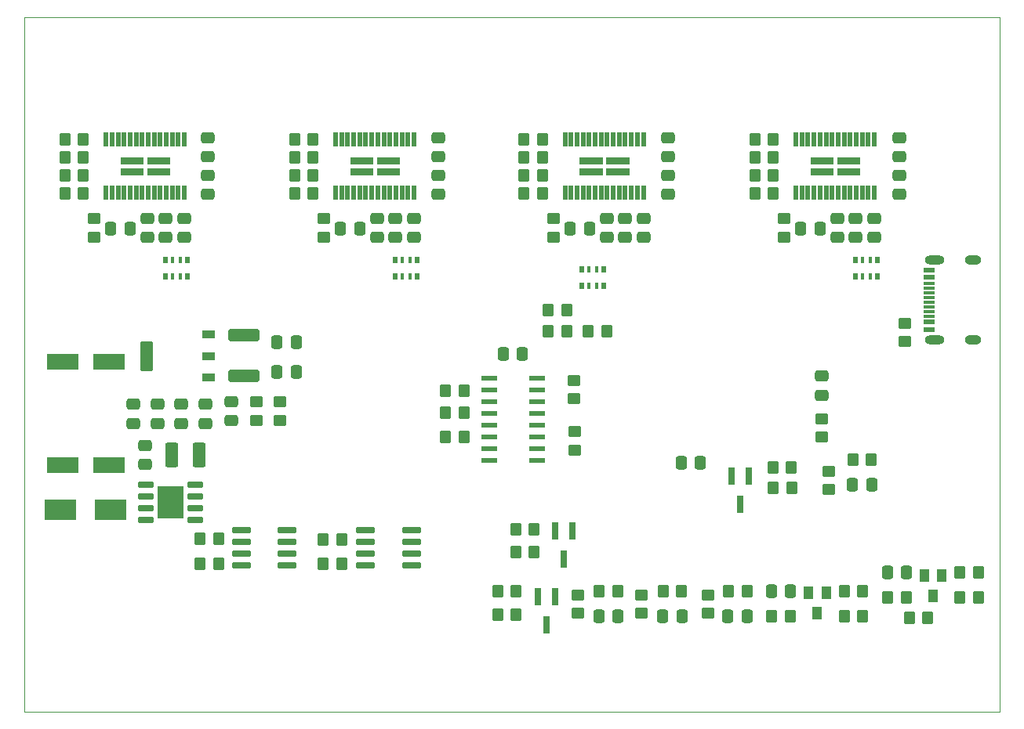
<source format=gbr>
%TF.GenerationSoftware,KiCad,Pcbnew,(6.0.6)*%
%TF.CreationDate,2022-09-07T02:31:15-05:00*%
%TF.ProjectId,rp2040-board,72703230-3430-42d6-926f-6172642e6b69,rev?*%
%TF.SameCoordinates,Original*%
%TF.FileFunction,Paste,Top*%
%TF.FilePolarity,Positive*%
%FSLAX46Y46*%
G04 Gerber Fmt 4.6, Leading zero omitted, Abs format (unit mm)*
G04 Created by KiCad (PCBNEW (6.0.6)) date 2022-09-07 02:31:15*
%MOMM*%
%LPD*%
G01*
G04 APERTURE LIST*
G04 Aperture macros list*
%AMRoundRect*
0 Rectangle with rounded corners*
0 $1 Rounding radius*
0 $2 $3 $4 $5 $6 $7 $8 $9 X,Y pos of 4 corners*
0 Add a 4 corners polygon primitive as box body*
4,1,4,$2,$3,$4,$5,$6,$7,$8,$9,$2,$3,0*
0 Add four circle primitives for the rounded corners*
1,1,$1+$1,$2,$3*
1,1,$1+$1,$4,$5*
1,1,$1+$1,$6,$7*
1,1,$1+$1,$8,$9*
0 Add four rect primitives between the rounded corners*
20,1,$1+$1,$2,$3,$4,$5,0*
20,1,$1+$1,$4,$5,$6,$7,0*
20,1,$1+$1,$6,$7,$8,$9,0*
20,1,$1+$1,$8,$9,$2,$3,0*%
G04 Aperture macros list end*
%TA.AperFunction,Profile*%
%ADD10C,0.025400*%
%TD*%
%ADD11C,0.010000*%
%ADD12RoundRect,0.250000X0.350000X0.450000X-0.350000X0.450000X-0.350000X-0.450000X0.350000X-0.450000X0*%
%ADD13O,1.803400X0.990600*%
%ADD14O,2.108200X0.990600*%
%ADD15R,1.143000X0.584200*%
%ADD16R,1.143000X0.304800*%
%ADD17RoundRect,0.250000X1.450000X-0.400000X1.450000X0.400000X-1.450000X0.400000X-1.450000X-0.400000X0*%
%ADD18RoundRect,0.042000X-0.943000X-0.258000X0.943000X-0.258000X0.943000X0.258000X-0.943000X0.258000X0*%
%ADD19RoundRect,0.250000X-0.337500X-0.475000X0.337500X-0.475000X0.337500X0.475000X-0.337500X0.475000X0*%
%ADD20RoundRect,0.250000X-0.475000X0.337500X-0.475000X-0.337500X0.475000X-0.337500X0.475000X0.337500X0*%
%ADD21RoundRect,0.250000X-0.350000X-0.450000X0.350000X-0.450000X0.350000X0.450000X-0.350000X0.450000X0*%
%ADD22RoundRect,0.250000X0.475000X-0.337500X0.475000X0.337500X-0.475000X0.337500X-0.475000X-0.337500X0*%
%ADD23R,0.500000X0.800000*%
%ADD24R,0.400000X0.800000*%
%ADD25RoundRect,0.006000X-0.769000X-0.294000X0.769000X-0.294000X0.769000X0.294000X-0.769000X0.294000X0*%
%ADD26RoundRect,0.250000X0.450000X-0.350000X0.450000X0.350000X-0.450000X0.350000X-0.450000X-0.350000X0*%
%ADD27RoundRect,0.250000X-0.450000X0.350000X-0.450000X-0.350000X0.450000X-0.350000X0.450000X0.350000X0*%
%ADD28RoundRect,0.093000X0.562000X-0.372000X0.562000X0.372000X-0.562000X0.372000X-0.562000X-0.372000X0*%
%ADD29RoundRect,0.131000X0.524000X-1.489000X0.524000X1.489000X-0.524000X1.489000X-0.524000X-1.489000X0*%
%ADD30R,0.800000X1.900000*%
%ADD31R,1.000000X1.400000*%
%ADD32R,3.500000X1.800000*%
%ADD33RoundRect,0.041300X-0.833700X-0.253700X0.833700X-0.253700X0.833700X0.253700X-0.833700X0.253700X0*%
%ADD34RoundRect,0.250000X0.337500X0.475000X-0.337500X0.475000X-0.337500X-0.475000X0.337500X-0.475000X0*%
%ADD35RoundRect,0.020000X0.180000X-0.760000X0.180000X0.760000X-0.180000X0.760000X-0.180000X-0.760000X0*%
%ADD36RoundRect,0.250001X-0.462499X-1.074999X0.462499X-1.074999X0.462499X1.074999X-0.462499X1.074999X0*%
%ADD37R,3.500000X2.300000*%
G04 APERTURE END LIST*
D10*
X97650000Y-63005200D02*
X97650000Y-138100000D01*
X202952600Y-63000000D02*
X97650000Y-63005200D01*
X202952600Y-138094800D02*
X202952600Y-63000000D01*
X97650000Y-138100000D02*
X202952600Y-138094800D01*
%TO.C,U2*%
G36*
X114765000Y-117150000D02*
G01*
X112055000Y-117150000D01*
X112055000Y-113750000D01*
X114765000Y-113750000D01*
X114765000Y-117150000D01*
G37*
D11*
X114765000Y-117150000D02*
X112055000Y-117150000D01*
X112055000Y-113750000D01*
X114765000Y-113750000D01*
X114765000Y-117150000D01*
%TO.C,U9*%
G36*
X162905000Y-78882500D02*
G01*
X160475000Y-78882500D01*
X160475000Y-78182500D01*
X162905000Y-78182500D01*
X162905000Y-78882500D01*
G37*
X162905000Y-78882500D02*
X160475000Y-78882500D01*
X160475000Y-78182500D01*
X162905000Y-78182500D01*
X162905000Y-78882500D01*
G36*
X160025000Y-80032500D02*
G01*
X157595000Y-80032500D01*
X157595000Y-79332500D01*
X160025000Y-79332500D01*
X160025000Y-80032500D01*
G37*
X160025000Y-80032500D02*
X157595000Y-80032500D01*
X157595000Y-79332500D01*
X160025000Y-79332500D01*
X160025000Y-80032500D01*
G36*
X162905000Y-80032500D02*
G01*
X160475000Y-80032500D01*
X160475000Y-79332500D01*
X162905000Y-79332500D01*
X162905000Y-80032500D01*
G37*
X162905000Y-80032500D02*
X160475000Y-80032500D01*
X160475000Y-79332500D01*
X162905000Y-79332500D01*
X162905000Y-80032500D01*
G36*
X160025000Y-78882500D02*
G01*
X157595000Y-78882500D01*
X157595000Y-78182500D01*
X160025000Y-78182500D01*
X160025000Y-78882500D01*
G37*
X160025000Y-78882500D02*
X157595000Y-78882500D01*
X157595000Y-78182500D01*
X160025000Y-78182500D01*
X160025000Y-78882500D01*
%TO.C,U8*%
G36*
X187830000Y-80043413D02*
G01*
X185400000Y-80043413D01*
X185400000Y-79343413D01*
X187830000Y-79343413D01*
X187830000Y-80043413D01*
G37*
X187830000Y-80043413D02*
X185400000Y-80043413D01*
X185400000Y-79343413D01*
X187830000Y-79343413D01*
X187830000Y-80043413D01*
G36*
X187830000Y-78893413D02*
G01*
X185400000Y-78893413D01*
X185400000Y-78193413D01*
X187830000Y-78193413D01*
X187830000Y-78893413D01*
G37*
X187830000Y-78893413D02*
X185400000Y-78893413D01*
X185400000Y-78193413D01*
X187830000Y-78193413D01*
X187830000Y-78893413D01*
G36*
X184950000Y-80043413D02*
G01*
X182520000Y-80043413D01*
X182520000Y-79343413D01*
X184950000Y-79343413D01*
X184950000Y-80043413D01*
G37*
X184950000Y-80043413D02*
X182520000Y-80043413D01*
X182520000Y-79343413D01*
X184950000Y-79343413D01*
X184950000Y-80043413D01*
G36*
X184950000Y-78893413D02*
G01*
X182520000Y-78893413D01*
X182520000Y-78193413D01*
X184950000Y-78193413D01*
X184950000Y-78893413D01*
G37*
X184950000Y-78893413D02*
X182520000Y-78893413D01*
X182520000Y-78193413D01*
X184950000Y-78193413D01*
X184950000Y-78893413D01*
%TO.C,U7*%
G36*
X135250000Y-78888413D02*
G01*
X132820000Y-78888413D01*
X132820000Y-78188413D01*
X135250000Y-78188413D01*
X135250000Y-78888413D01*
G37*
X135250000Y-78888413D02*
X132820000Y-78888413D01*
X132820000Y-78188413D01*
X135250000Y-78188413D01*
X135250000Y-78888413D01*
G36*
X135250000Y-80038413D02*
G01*
X132820000Y-80038413D01*
X132820000Y-79338413D01*
X135250000Y-79338413D01*
X135250000Y-80038413D01*
G37*
X135250000Y-80038413D02*
X132820000Y-80038413D01*
X132820000Y-79338413D01*
X135250000Y-79338413D01*
X135250000Y-80038413D01*
G36*
X138130000Y-78888413D02*
G01*
X135700000Y-78888413D01*
X135700000Y-78188413D01*
X138130000Y-78188413D01*
X138130000Y-78888413D01*
G37*
X138130000Y-78888413D02*
X135700000Y-78888413D01*
X135700000Y-78188413D01*
X138130000Y-78188413D01*
X138130000Y-78888413D01*
G36*
X138130000Y-80038413D02*
G01*
X135700000Y-80038413D01*
X135700000Y-79338413D01*
X138130000Y-79338413D01*
X138130000Y-80038413D01*
G37*
X138130000Y-80038413D02*
X135700000Y-80038413D01*
X135700000Y-79338413D01*
X138130000Y-79338413D01*
X138130000Y-80038413D01*
%TO.C,U6*%
G36*
X113330000Y-78895000D02*
G01*
X110900000Y-78895000D01*
X110900000Y-78195000D01*
X113330000Y-78195000D01*
X113330000Y-78895000D01*
G37*
X113330000Y-78895000D02*
X110900000Y-78895000D01*
X110900000Y-78195000D01*
X113330000Y-78195000D01*
X113330000Y-78895000D01*
G36*
X110450000Y-80045000D02*
G01*
X108020000Y-80045000D01*
X108020000Y-79345000D01*
X110450000Y-79345000D01*
X110450000Y-80045000D01*
G37*
X110450000Y-80045000D02*
X108020000Y-80045000D01*
X108020000Y-79345000D01*
X110450000Y-79345000D01*
X110450000Y-80045000D01*
G36*
X113330000Y-80045000D02*
G01*
X110900000Y-80045000D01*
X110900000Y-79345000D01*
X113330000Y-79345000D01*
X113330000Y-80045000D01*
G37*
X113330000Y-80045000D02*
X110900000Y-80045000D01*
X110900000Y-79345000D01*
X113330000Y-79345000D01*
X113330000Y-80045000D01*
G36*
X110450000Y-78895000D02*
G01*
X108020000Y-78895000D01*
X108020000Y-78195000D01*
X110450000Y-78195000D01*
X110450000Y-78895000D01*
G37*
X110450000Y-78895000D02*
X108020000Y-78895000D01*
X108020000Y-78195000D01*
X110450000Y-78195000D01*
X110450000Y-78895000D01*
%TD*%
D12*
%TO.C,R49*%
X153600000Y-78150000D03*
X151600000Y-78150000D03*
%TD*%
D13*
%TO.C,J2*%
X200079200Y-97900002D03*
X200079200Y-89259998D03*
D14*
X195899200Y-97900002D03*
X195899200Y-89259998D03*
D15*
X195324200Y-96780000D03*
X195324200Y-95980001D03*
D16*
X195324200Y-94830000D03*
X195324200Y-93830000D03*
X195324200Y-93330000D03*
X195324200Y-92330000D03*
D15*
X195324200Y-90380000D03*
X195324200Y-91179999D03*
D16*
X195324200Y-91830001D03*
X195324200Y-92829999D03*
X195324200Y-94330001D03*
X195324200Y-95329999D03*
%TD*%
D17*
%TO.C,F1*%
X121350000Y-101825000D03*
X121350000Y-97375000D03*
%TD*%
D18*
%TO.C,U4*%
X121075000Y-118445000D03*
X121075000Y-119715000D03*
X121075000Y-120985000D03*
X121075000Y-122255000D03*
X126025000Y-122255000D03*
X126025000Y-120985000D03*
X126025000Y-119715000D03*
X126025000Y-118445000D03*
%TD*%
D19*
%TO.C,C17*%
X187062500Y-113600000D03*
X189137500Y-113600000D03*
%TD*%
D12*
%TO.C,R29*%
X152700000Y-120850000D03*
X150700000Y-120850000D03*
%TD*%
D20*
%TO.C,C3*%
X114600000Y-104862500D03*
X114600000Y-106937500D03*
%TD*%
D12*
%TO.C,R18*%
X131920000Y-122100000D03*
X129920000Y-122100000D03*
%TD*%
D21*
%TO.C,R31*%
X178450000Y-111750000D03*
X180450000Y-111750000D03*
%TD*%
D22*
%TO.C,C19*%
X114900000Y-86850152D03*
X114900000Y-84775152D03*
%TD*%
D12*
%TO.C,R28*%
X152700000Y-118400000D03*
X150700000Y-118400000D03*
%TD*%
D23*
%TO.C,RN1*%
X112850000Y-89250000D03*
X112850000Y-91050000D03*
X115250000Y-89250000D03*
D24*
X114450000Y-89250000D03*
X113650000Y-89250000D03*
X113650000Y-91050000D03*
X114450000Y-91050000D03*
D23*
X115250000Y-91050000D03*
%TD*%
D25*
%TO.C,U2*%
X110710000Y-113545000D03*
X110710000Y-114815000D03*
X110710000Y-116085000D03*
X110710000Y-117355000D03*
X116110000Y-117355000D03*
X116110000Y-116085000D03*
X116110000Y-114815000D03*
X116110000Y-113545000D03*
%TD*%
D26*
%TO.C,R10*%
X157400000Y-127500000D03*
X157400000Y-125500000D03*
%TD*%
D19*
%TO.C,C8*%
X124912500Y-101400000D03*
X126987500Y-101400000D03*
%TD*%
D27*
%TO.C,R6*%
X157095000Y-107825000D03*
X157095000Y-109825000D03*
%TD*%
D12*
%TO.C,R37*%
X104000000Y-78150000D03*
X102000000Y-78150000D03*
%TD*%
D28*
%TO.C,U1*%
X117546000Y-101940000D03*
X117546000Y-99650000D03*
X117546000Y-97360000D03*
D29*
X110856000Y-99650000D03*
%TD*%
D30*
%TO.C,Q2*%
X156850000Y-118600000D03*
X154950000Y-118600000D03*
X155900000Y-121600000D03*
%TD*%
D12*
%TO.C,R17*%
X118600000Y-119400000D03*
X116600000Y-119400000D03*
%TD*%
D31*
%TO.C,D5*%
X196725000Y-123400000D03*
X194825000Y-123400000D03*
X195775000Y-125600000D03*
%TD*%
D21*
%TO.C,R32*%
X198675000Y-125800000D03*
X200675000Y-125800000D03*
%TD*%
%TO.C,R9*%
X143095000Y-103375000D03*
X145095000Y-103375000D03*
%TD*%
D19*
%TO.C,C16*%
X173612500Y-127800000D03*
X175687500Y-127800000D03*
%TD*%
D32*
%TO.C,D1*%
X106800000Y-111500000D03*
X101800000Y-111500000D03*
%TD*%
D20*
%TO.C,C44*%
X160500000Y-84762500D03*
X160500000Y-86837500D03*
%TD*%
D27*
%TO.C,R3*%
X156945000Y-102275000D03*
X156945000Y-104275000D03*
%TD*%
D19*
%TO.C,C18*%
X190837500Y-123100000D03*
X192912500Y-123100000D03*
%TD*%
D33*
%TO.C,U3*%
X147810000Y-102030000D03*
X147810000Y-103300000D03*
X147810000Y-104570000D03*
X147810000Y-105840000D03*
X147810000Y-107110000D03*
X147810000Y-108380000D03*
X147810000Y-109650000D03*
X147810000Y-110920000D03*
X152980000Y-110920000D03*
X152980000Y-109650000D03*
X152980000Y-108380000D03*
X152980000Y-107110000D03*
X152980000Y-105840000D03*
X152980000Y-104570000D03*
X152980000Y-103300000D03*
X152980000Y-102030000D03*
%TD*%
D12*
%TO.C,R24*%
X175650000Y-125100000D03*
X173650000Y-125100000D03*
%TD*%
%TO.C,R55*%
X153600000Y-80100000D03*
X151600000Y-80100000D03*
%TD*%
D20*
%TO.C,C1*%
X109400000Y-104862500D03*
X109400000Y-106937500D03*
%TD*%
D21*
%TO.C,R56*%
X151600000Y-82050000D03*
X153600000Y-82050000D03*
%TD*%
D34*
%TO.C,C24*%
X133837500Y-85900000D03*
X131762500Y-85900000D03*
%TD*%
D30*
%TO.C,Q1*%
X154950000Y-125700000D03*
X153050000Y-125700000D03*
X154000000Y-128700000D03*
%TD*%
D19*
%TO.C,C13*%
X178312500Y-125100000D03*
X180387500Y-125100000D03*
%TD*%
D32*
%TO.C,D3*%
X101800000Y-100250000D03*
X106800000Y-100250000D03*
%TD*%
D19*
%TO.C,C6*%
X124912500Y-98200000D03*
X126987500Y-98200000D03*
%TD*%
D35*
%TO.C,U9*%
X156025000Y-81987500D03*
X156675000Y-81987500D03*
X157325000Y-81987500D03*
X157975000Y-81987500D03*
X158625000Y-81987500D03*
X159275000Y-81987500D03*
X159925000Y-81987500D03*
X160575000Y-81987500D03*
X161225000Y-81987500D03*
X161875000Y-81987500D03*
X162525000Y-81987500D03*
X163175000Y-81987500D03*
X163825000Y-81987500D03*
X164475000Y-81987500D03*
X164475000Y-76227500D03*
X163825000Y-76227500D03*
X163175000Y-76227500D03*
X162525000Y-76227500D03*
X161875000Y-76227500D03*
X161225000Y-76227500D03*
X160575000Y-76227500D03*
X159925000Y-76227500D03*
X159275000Y-76227500D03*
X158625000Y-76227500D03*
X157975000Y-76227500D03*
X157325000Y-76227500D03*
X156675000Y-76227500D03*
X156025000Y-76227500D03*
%TD*%
D23*
%TO.C,RN3*%
X157800000Y-92100000D03*
X157800000Y-90300000D03*
X160200000Y-90300000D03*
D24*
X159400000Y-90300000D03*
X158600000Y-90300000D03*
X158600000Y-92100000D03*
X159400000Y-92100000D03*
D23*
X160200000Y-92100000D03*
%TD*%
D27*
%TO.C,R4*%
X122700000Y-104600000D03*
X122700000Y-106600000D03*
%TD*%
D26*
%TO.C,R42*%
X129950000Y-86800000D03*
X129950000Y-84800000D03*
%TD*%
D20*
%TO.C,C10*%
X120000000Y-104562500D03*
X120000000Y-106637500D03*
%TD*%
D21*
%TO.C,R45*%
X126800000Y-82050000D03*
X128800000Y-82050000D03*
%TD*%
%TO.C,R12*%
X178350000Y-127800000D03*
X180350000Y-127800000D03*
%TD*%
D36*
%TO.C,L1*%
X113512500Y-110400000D03*
X116487500Y-110400000D03*
%TD*%
D12*
%TO.C,R15*%
X188150000Y-125100000D03*
X186150000Y-125100000D03*
%TD*%
D22*
%TO.C,C41*%
X167175000Y-78125000D03*
X167175000Y-76050000D03*
%TD*%
D26*
%TO.C,R22*%
X171450000Y-127500000D03*
X171450000Y-125500000D03*
%TD*%
D22*
%TO.C,C37*%
X162500000Y-86850152D03*
X162500000Y-84775152D03*
%TD*%
D23*
%TO.C,RN4*%
X187350000Y-91050000D03*
X187350000Y-89250000D03*
X189750000Y-89250000D03*
D24*
X188950000Y-89250000D03*
X188150000Y-89250000D03*
X188150000Y-91050000D03*
X188950000Y-91050000D03*
D23*
X189750000Y-91050000D03*
%TD*%
D12*
%TO.C,R11*%
X161700000Y-125100000D03*
X159700000Y-125100000D03*
%TD*%
D34*
%TO.C,C14*%
X151432500Y-99475000D03*
X149357500Y-99475000D03*
%TD*%
D37*
%TO.C,D2*%
X101500000Y-116300000D03*
X106900000Y-116300000D03*
%TD*%
D12*
%TO.C,R43*%
X104000000Y-80100000D03*
X102000000Y-80100000D03*
%TD*%
D35*
%TO.C,U8*%
X180950000Y-81998413D03*
X181600000Y-81998413D03*
X182250000Y-81998413D03*
X182900000Y-81998413D03*
X183550000Y-81998413D03*
X184200000Y-81998413D03*
X184850000Y-81998413D03*
X185500000Y-81998413D03*
X186150000Y-81998413D03*
X186800000Y-81998413D03*
X187450000Y-81998413D03*
X188100000Y-81998413D03*
X188750000Y-81998413D03*
X189400000Y-81998413D03*
X189400000Y-76238413D03*
X188750000Y-76238413D03*
X188100000Y-76238413D03*
X187450000Y-76238413D03*
X186800000Y-76238413D03*
X186150000Y-76238413D03*
X185500000Y-76238413D03*
X184850000Y-76238413D03*
X184200000Y-76238413D03*
X183550000Y-76238413D03*
X182900000Y-76238413D03*
X182250000Y-76238413D03*
X181600000Y-76238413D03*
X180950000Y-76238413D03*
%TD*%
D19*
%TO.C,C15*%
X166562500Y-127800000D03*
X168637500Y-127800000D03*
%TD*%
D22*
%TO.C,C25*%
X117400000Y-78137500D03*
X117400000Y-76062500D03*
%TD*%
D23*
%TO.C,RN2*%
X137650000Y-89250000D03*
X137650000Y-91050000D03*
X140050000Y-89250000D03*
D24*
X139250000Y-89250000D03*
X138450000Y-89250000D03*
X138450000Y-91050000D03*
X139250000Y-91050000D03*
D23*
X140050000Y-91050000D03*
%TD*%
D20*
%TO.C,C43*%
X185400000Y-84762500D03*
X185400000Y-86837500D03*
%TD*%
D12*
%TO.C,R47*%
X178500000Y-78150000D03*
X176500000Y-78150000D03*
%TD*%
D20*
%TO.C,C26*%
X117400000Y-80112500D03*
X117400000Y-82187500D03*
%TD*%
%TO.C,C4*%
X117200000Y-104862500D03*
X117200000Y-106937500D03*
%TD*%
D12*
%TO.C,R19*%
X131920000Y-119500000D03*
X129920000Y-119500000D03*
%TD*%
D22*
%TO.C,C20*%
X139700000Y-86850152D03*
X139700000Y-84775152D03*
%TD*%
D12*
%TO.C,R44*%
X128800000Y-80100000D03*
X126800000Y-80100000D03*
%TD*%
D20*
%TO.C,C30*%
X135700000Y-84762500D03*
X135700000Y-86837500D03*
%TD*%
D26*
%TO.C,R14*%
X184500000Y-114100000D03*
X184500000Y-112100000D03*
%TD*%
D18*
%TO.C,U5*%
X134500000Y-118445000D03*
X134500000Y-119715000D03*
X134500000Y-120985000D03*
X134500000Y-122255000D03*
X139450000Y-122255000D03*
X139450000Y-120985000D03*
X139450000Y-119715000D03*
X139450000Y-118445000D03*
%TD*%
D34*
%TO.C,C22*%
X109037500Y-85900000D03*
X106962500Y-85900000D03*
%TD*%
D20*
%TO.C,C28*%
X142350000Y-80105913D03*
X142350000Y-82180913D03*
%TD*%
D22*
%TO.C,C33*%
X189400000Y-86850152D03*
X189400000Y-84775152D03*
%TD*%
D21*
%TO.C,R54*%
X176500000Y-82050000D03*
X178500000Y-82050000D03*
%TD*%
D12*
%TO.C,R23*%
X168600000Y-125100000D03*
X166600000Y-125100000D03*
%TD*%
D26*
%TO.C,R52*%
X154750000Y-86800000D03*
X154750000Y-84800000D03*
%TD*%
D21*
%TO.C,R25*%
X190875000Y-125750000D03*
X192875000Y-125750000D03*
%TD*%
D20*
%TO.C,C40*%
X192150000Y-80110913D03*
X192150000Y-82185913D03*
%TD*%
%TO.C,C42*%
X167175000Y-80100000D03*
X167175000Y-82175000D03*
%TD*%
D30*
%TO.C,Q3*%
X175900000Y-112650000D03*
X174000000Y-112650000D03*
X174950000Y-115650000D03*
%TD*%
D20*
%TO.C,C29*%
X110900000Y-84762500D03*
X110900000Y-86837500D03*
%TD*%
D22*
%TO.C,C35*%
X187400000Y-86850152D03*
X187400000Y-84775152D03*
%TD*%
D21*
%TO.C,R30*%
X178500000Y-113950000D03*
X180500000Y-113950000D03*
%TD*%
D26*
%TO.C,R21*%
X164300000Y-127500000D03*
X164300000Y-125500000D03*
%TD*%
D12*
%TO.C,R27*%
X150750000Y-127650000D03*
X148750000Y-127650000D03*
%TD*%
D20*
%TO.C,C5*%
X183750000Y-101812500D03*
X183750000Y-103887500D03*
%TD*%
D21*
%TO.C,R7*%
X143095000Y-108425000D03*
X145095000Y-108425000D03*
%TD*%
D35*
%TO.C,U7*%
X131250000Y-81993413D03*
X131900000Y-81993413D03*
X132550000Y-81993413D03*
X133200000Y-81993413D03*
X133850000Y-81993413D03*
X134500000Y-81993413D03*
X135150000Y-81993413D03*
X135800000Y-81993413D03*
X136450000Y-81993413D03*
X137100000Y-81993413D03*
X137750000Y-81993413D03*
X138400000Y-81993413D03*
X139050000Y-81993413D03*
X139700000Y-81993413D03*
X139700000Y-76233413D03*
X139050000Y-76233413D03*
X138400000Y-76233413D03*
X137750000Y-76233413D03*
X137100000Y-76233413D03*
X136450000Y-76233413D03*
X135800000Y-76233413D03*
X135150000Y-76233413D03*
X134500000Y-76233413D03*
X133850000Y-76233413D03*
X133200000Y-76233413D03*
X132550000Y-76233413D03*
X131900000Y-76233413D03*
X131250000Y-76233413D03*
%TD*%
D22*
%TO.C,C39*%
X192150000Y-78135913D03*
X192150000Y-76060913D03*
%TD*%
D21*
%TO.C,R46*%
X102000000Y-82050000D03*
X104000000Y-82050000D03*
%TD*%
D12*
%TO.C,R20*%
X189100000Y-110900000D03*
X187100000Y-110900000D03*
%TD*%
D21*
%TO.C,R34*%
X158500000Y-97000000D03*
X160500000Y-97000000D03*
%TD*%
D12*
%TO.C,R26*%
X150750000Y-125050000D03*
X148750000Y-125050000D03*
%TD*%
%TO.C,R53*%
X178500000Y-80100000D03*
X176500000Y-80100000D03*
%TD*%
%TO.C,R40*%
X128800000Y-76200000D03*
X126800000Y-76200000D03*
%TD*%
%TO.C,R50*%
X153600000Y-76200000D03*
X151600000Y-76200000D03*
%TD*%
D26*
%TO.C,R5*%
X125200000Y-106600000D03*
X125200000Y-104600000D03*
%TD*%
D22*
%TO.C,C27*%
X142350000Y-78130913D03*
X142350000Y-76055913D03*
%TD*%
D34*
%TO.C,C38*%
X158637500Y-85900000D03*
X156562500Y-85900000D03*
%TD*%
D21*
%TO.C,R13*%
X186150000Y-127800000D03*
X188150000Y-127800000D03*
%TD*%
D22*
%TO.C,C34*%
X164500000Y-86850152D03*
X164500000Y-84775152D03*
%TD*%
D21*
%TO.C,R8*%
X143095000Y-105825000D03*
X145095000Y-105825000D03*
%TD*%
%TO.C,R35*%
X154200000Y-94700000D03*
X156200000Y-94700000D03*
%TD*%
D12*
%TO.C,R38*%
X104000000Y-76200000D03*
X102000000Y-76200000D03*
%TD*%
%TO.C,R16*%
X118600000Y-122100000D03*
X116600000Y-122100000D03*
%TD*%
D20*
%TO.C,C2*%
X112000000Y-104862500D03*
X112000000Y-106937500D03*
%TD*%
D19*
%TO.C,C7*%
X168562500Y-111200000D03*
X170637500Y-111200000D03*
%TD*%
D31*
%TO.C,D4*%
X184200000Y-125300000D03*
X182300000Y-125300000D03*
X183250000Y-127500000D03*
%TD*%
D21*
%TO.C,R36*%
X154200000Y-97000000D03*
X156200000Y-97000000D03*
%TD*%
D34*
%TO.C,C36*%
X183537500Y-85900000D03*
X181462500Y-85900000D03*
%TD*%
D35*
%TO.C,U6*%
X106450000Y-82000000D03*
X107100000Y-82000000D03*
X107750000Y-82000000D03*
X108400000Y-82000000D03*
X109050000Y-82000000D03*
X109700000Y-82000000D03*
X110350000Y-82000000D03*
X111000000Y-82000000D03*
X111650000Y-82000000D03*
X112300000Y-82000000D03*
X112950000Y-82000000D03*
X113600000Y-82000000D03*
X114250000Y-82000000D03*
X114900000Y-82000000D03*
X114900000Y-76240000D03*
X114250000Y-76240000D03*
X113600000Y-76240000D03*
X112950000Y-76240000D03*
X112300000Y-76240000D03*
X111650000Y-76240000D03*
X111000000Y-76240000D03*
X110350000Y-76240000D03*
X109700000Y-76240000D03*
X109050000Y-76240000D03*
X108400000Y-76240000D03*
X107750000Y-76240000D03*
X107100000Y-76240000D03*
X106450000Y-76240000D03*
%TD*%
D26*
%TO.C,R2*%
X183750000Y-108450000D03*
X183750000Y-106450000D03*
%TD*%
D12*
%TO.C,R33*%
X200675000Y-123100000D03*
X198675000Y-123100000D03*
%TD*%
D26*
%TO.C,R41*%
X105150000Y-86800000D03*
X105150000Y-84800000D03*
%TD*%
D19*
%TO.C,C12*%
X159662500Y-127800000D03*
X161737500Y-127800000D03*
%TD*%
D12*
%TO.C,R57*%
X195200000Y-128000000D03*
X193200000Y-128000000D03*
%TD*%
D26*
%TO.C,R51*%
X179650000Y-86800000D03*
X179650000Y-84800000D03*
%TD*%
D12*
%TO.C,R48*%
X178500000Y-76200000D03*
X176500000Y-76200000D03*
%TD*%
%TO.C,R39*%
X128800000Y-78150000D03*
X126800000Y-78150000D03*
%TD*%
D22*
%TO.C,C23*%
X137700000Y-86850152D03*
X137700000Y-84775152D03*
%TD*%
%TO.C,C9*%
X110700000Y-111387500D03*
X110700000Y-109312500D03*
%TD*%
%TO.C,C21*%
X112900000Y-86850152D03*
X112900000Y-84775152D03*
%TD*%
D27*
%TO.C,R1*%
X192700000Y-96100000D03*
X192700000Y-98100000D03*
%TD*%
M02*

</source>
